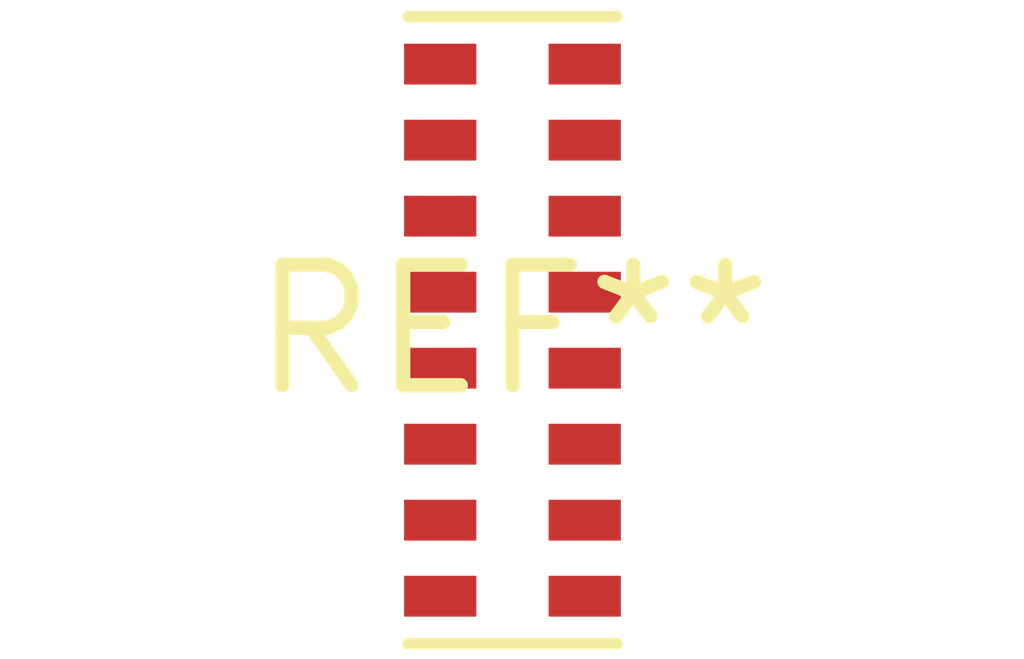
<source format=kicad_pcb>
(kicad_pcb (version 20240108) (generator pcbnew)
  (layers (0 "F.Cu" signal) (31 "B.Cu" signal) (34 "B.Paste" user) (35 "F.Paste" user) (36 "B.SilkS" user "B.Silkscreen") (37 "F.SilkS" user "F.Silkscreen") (38 "B.Mask" user) (39 "F.Mask" user) (44 "Edge.Cuts" user))
  (net 0 "")
  (footprint "R_Cat16-8" (layer "F.Cu") (at 0 0)
    (property "Reference" "REF**")
    (property "Value" "R_Cat16-8")
    (fp_line (start 1.1 -3.3) (end -1.1 -3.3) (layer "F.SilkS") (stroke (width 0.12)))
    (fp_line (start 1.1 3.3) (end -1.1 3.3) (layer "F.SilkS") (stroke (width 0.12)))
    (pad "1" smd rect (at -0.76 -2.8 180) (size 0.76 0.43) (layers "F.Cu" "F.Paste" "F.Mask"))
    (pad "2" smd rect (at -0.76 -2 180) (size 0.76 0.43) (layers "F.Cu" "F.Paste" "F.Mask"))
    (pad "3" smd rect (at -0.76 -1.2 180) (size 0.76 0.43) (layers "F.Cu" "F.Paste" "F.Mask"))
    (pad "4" smd rect (at -0.76 -0.4 180) (size 0.76 0.43) (layers "F.Cu" "F.Paste" "F.Mask"))
    (pad "5" smd rect (at -0.76 0.4 180) (size 0.76 0.43) (layers "F.Cu" "F.Paste" "F.Mask"))
    (pad "6" smd rect (at -0.76 1.2 180) (size 0.76 0.43) (layers "F.Cu" "F.Paste" "F.Mask"))
    (pad "7" smd rect (at -0.76 2 180) (size 0.76 0.43) (layers "F.Cu" "F.Paste" "F.Mask"))
    (pad "8" smd rect (at -0.76 2.8 180) (size 0.76 0.43) (layers "F.Cu" "F.Paste" "F.Mask"))
    (pad "9" smd rect (at 0.76 2.8 180) (size 0.76 0.43) (layers "F.Cu" "F.Paste" "F.Mask"))
    (pad "10" smd rect (at 0.76 2 180) (size 0.76 0.43) (layers "F.Cu" "F.Paste" "F.Mask"))
    (pad "11" smd rect (at 0.76 1.2 180) (size 0.76 0.43) (layers "F.Cu" "F.Paste" "F.Mask"))
    (pad "12" smd rect (at 0.76 0.4 180) (size 0.76 0.43) (layers "F.Cu" "F.Paste" "F.Mask"))
    (pad "13" smd rect (at 0.76 -0.4 180) (size 0.76 0.43) (layers "F.Cu" "F.Paste" "F.Mask"))
    (pad "14" smd rect (at 0.76 -1.2 180) (size 0.76 0.43) (layers "F.Cu" "F.Paste" "F.Mask"))
    (pad "15" smd rect (at 0.76 -2 180) (size 0.76 0.43) (layers "F.Cu" "F.Paste" "F.Mask"))
    (pad "16" smd rect (at 0.76 -2.8 180) (size 0.76 0.43) (layers "F.Cu" "F.Paste" "F.Mask"))
  )
)
</source>
